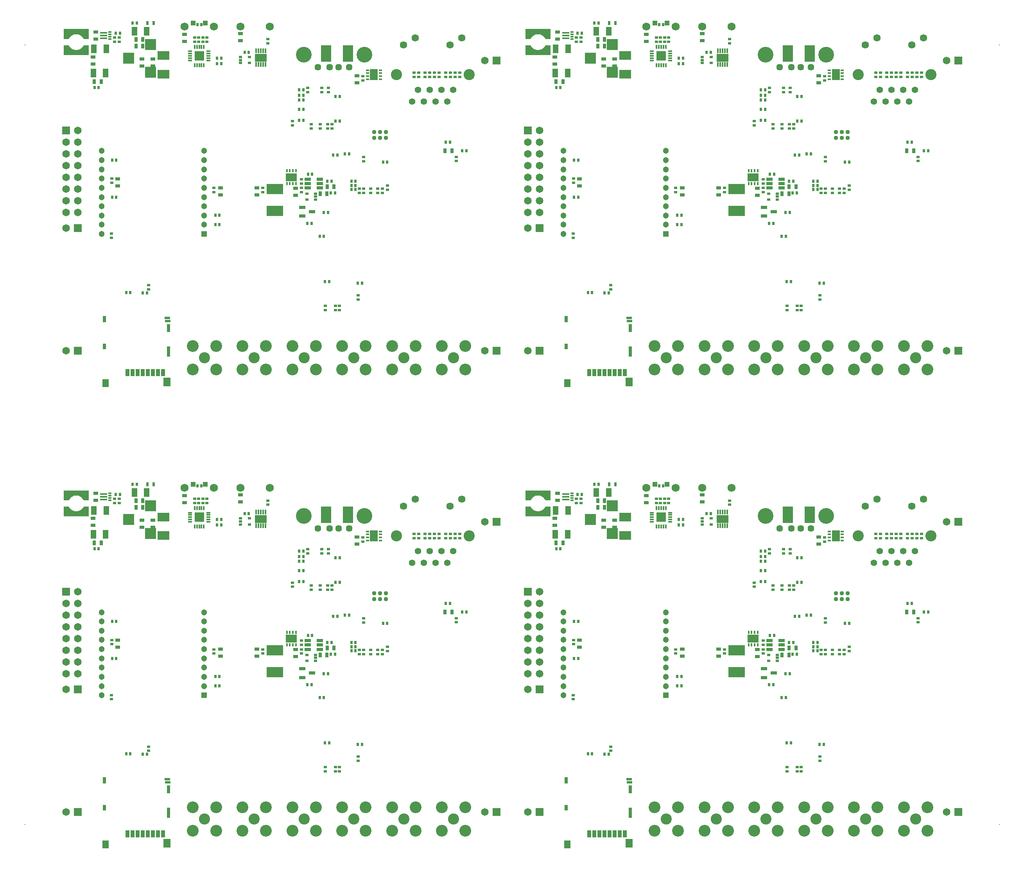
<source format=gbs>
G04 Layer_Color=16711935*
%FSLAX24Y24*%
%MOIN*%
G70*
G01*
G75*
%ADD129R,0.0296X0.0217*%
%ADD130R,0.0414X0.0257*%
%ADD134R,0.0493X0.0729*%
%ADD136R,0.0217X0.0296*%
%ADD137R,0.0296X0.0225*%
%ADD141C,0.0370*%
%ADD150R,0.0257X0.0414*%
%ADD159O,0.0375X0.0158*%
%ADD160O,0.0158X0.0375*%
%ADD171R,0.0232X0.0252*%
%ADD172R,0.0390X0.0409*%
%ADD177C,0.0080*%
%ADD178C,0.1005*%
%ADD179C,0.0946*%
%ADD180C,0.0060*%
%ADD181C,0.1340*%
%ADD182C,0.0572*%
%ADD183R,0.0926X0.0926*%
%ADD184C,0.0651*%
%ADD185R,0.0651X0.0651*%
%ADD186C,0.0556*%
%ADD187C,0.0623*%
%ADD188R,0.0651X0.0651*%
%ADD189C,0.0690*%
%ADD190C,0.0513*%
%ADD191R,0.0513X0.0513*%
%ADD192R,0.0690X0.0981*%
%ADD193R,0.0316X0.0178*%
%ADD194R,0.0193X0.0331*%
%ADD195R,0.0572X0.0296*%
%ADD196R,0.0375X0.0611*%
%ADD197R,0.0592X0.0769*%
%ADD198R,0.0517X0.0651*%
%ADD199R,0.0316X0.0903*%
%ADD200R,0.0316X0.0690*%
%ADD201R,0.0316X0.0572*%
%ADD202R,0.0296X0.0513*%
%ADD203R,0.0493X0.0237*%
%ADD204R,0.0513X0.0237*%
%ADD205R,0.0291X0.0154*%
%ADD206O,0.0291X0.0154*%
%ADD207R,0.0646X0.0173*%
%ADD208R,0.1044X0.0729*%
%ADD209R,0.0847X0.0847*%
%ADD210R,0.1399X0.0906*%
%ADD211R,0.0981X0.0690*%
%ADD212R,0.0178X0.0316*%
%ADD213R,0.0540X0.0304*%
%ADD214R,0.0906X0.1399*%
%ADD215R,0.0170X0.0395*%
%ADD216R,0.1005X0.0710*%
%ADD217R,0.0257X0.0257*%
G36*
X46963Y70064D02*
X46968Y70062D01*
X46972Y70061D01*
X46976Y70058D01*
X46980Y70055D01*
X46983Y70052D01*
X46985Y70048D01*
X46987Y70043D01*
X46988Y70039D01*
X46988Y70034D01*
Y69246D01*
X46988Y69242D01*
X46987Y69237D01*
X46985Y69233D01*
X46983Y69229D01*
X46980Y69225D01*
X46976Y69222D01*
X46972Y69220D01*
X46968Y69218D01*
X46963Y69217D01*
X46958Y69216D01*
X46571D01*
X46569Y69216D01*
X46569Y69216D01*
X46569Y69216D01*
X46567Y69215D01*
X46565Y69215D01*
X46565Y69215D01*
X46565Y69215D01*
X46562Y69214D01*
X46560Y69214D01*
X46560Y69214D01*
X46560Y69214D01*
X46558Y69215D01*
X46555Y69215D01*
X46555Y69215D01*
X46555Y69215D01*
X46553Y69215D01*
X46551Y69216D01*
X46551Y69216D01*
X46551Y69216D01*
X46549Y69217D01*
X46547Y69218D01*
X46546Y69218D01*
X46546Y69218D01*
X46544Y69219D01*
X46542Y69220D01*
X46542Y69220D01*
X46542Y69220D01*
X46541Y69222D01*
X46539Y69223D01*
X46539Y69223D01*
X46539Y69223D01*
X46537Y69225D01*
X46536Y69227D01*
X46536Y69227D01*
X46536Y69227D01*
X46535Y69229D01*
X46533Y69231D01*
X46503Y69289D01*
X46428Y69395D01*
X46335Y69484D01*
X46226Y69554D01*
X46106Y69602D01*
X45980Y69627D01*
X45850D01*
X45724Y69602D01*
X45604Y69554D01*
X45495Y69484D01*
X45402Y69395D01*
X45326Y69289D01*
X45297Y69231D01*
X45295Y69229D01*
X45294Y69227D01*
X45294Y69227D01*
X45294Y69227D01*
X45293Y69225D01*
X45291Y69223D01*
X45291Y69223D01*
X45291Y69223D01*
X45289Y69222D01*
X45288Y69220D01*
X45287Y69220D01*
X45287Y69220D01*
X45285Y69219D01*
X45283Y69218D01*
X45283Y69218D01*
X45283Y69218D01*
X45281Y69217D01*
X45279Y69216D01*
X45279Y69216D01*
X45279Y69216D01*
X45277Y69215D01*
X45275Y69215D01*
X45274Y69215D01*
X45274Y69215D01*
X45272Y69215D01*
X45270Y69214D01*
X44872D01*
X44867Y69215D01*
X44862Y69216D01*
X44858Y69218D01*
X44854Y69220D01*
X44850Y69223D01*
X44847Y69227D01*
X44845Y69231D01*
X44843Y69235D01*
X44842Y69240D01*
X44842Y69244D01*
Y70034D01*
X44842Y70039D01*
X44843Y70043D01*
X44845Y70048D01*
X44847Y70052D01*
X44850Y70055D01*
X44854Y70058D01*
X44858Y70061D01*
X44862Y70062D01*
X44867Y70064D01*
X44872Y70064D01*
X46958D01*
X46963Y70064D01*
D02*
G37*
G36*
X7593D02*
X7597Y70062D01*
X7602Y70061D01*
X7606Y70058D01*
X7609Y70055D01*
X7613Y70052D01*
X7615Y70048D01*
X7617Y70043D01*
X7618Y70039D01*
X7618Y70034D01*
Y69246D01*
X7618Y69242D01*
X7617Y69237D01*
X7615Y69233D01*
X7613Y69229D01*
X7609Y69225D01*
X7606Y69222D01*
X7602Y69220D01*
X7597Y69218D01*
X7593Y69217D01*
X7588Y69216D01*
X7201D01*
X7199Y69216D01*
X7199Y69216D01*
X7199Y69216D01*
X7197Y69215D01*
X7195Y69215D01*
X7195Y69215D01*
X7195Y69215D01*
X7192Y69214D01*
X7190Y69214D01*
X7190Y69214D01*
X7190Y69214D01*
X7188Y69215D01*
X7185Y69215D01*
X7185Y69215D01*
X7185Y69215D01*
X7183Y69215D01*
X7181Y69216D01*
X7181Y69216D01*
X7181Y69216D01*
X7179Y69217D01*
X7176Y69218D01*
X7176Y69218D01*
X7176Y69218D01*
X7174Y69219D01*
X7172Y69220D01*
X7172Y69220D01*
X7172Y69220D01*
X7171Y69222D01*
X7169Y69223D01*
X7169Y69223D01*
X7169Y69223D01*
X7167Y69225D01*
X7166Y69227D01*
X7166Y69227D01*
X7166Y69227D01*
X7165Y69229D01*
X7163Y69231D01*
X7133Y69289D01*
X7058Y69395D01*
X6965Y69484D01*
X6856Y69554D01*
X6736Y69602D01*
X6609Y69627D01*
X6480D01*
X6353Y69602D01*
X6234Y69554D01*
X6125Y69484D01*
X6032Y69395D01*
X5956Y69289D01*
X5927Y69231D01*
X5925Y69229D01*
X5924Y69227D01*
X5924Y69227D01*
X5924Y69227D01*
X5923Y69225D01*
X5921Y69223D01*
X5921Y69223D01*
X5921Y69223D01*
X5919Y69222D01*
X5917Y69220D01*
X5917Y69220D01*
X5917Y69220D01*
X5915Y69219D01*
X5913Y69218D01*
X5913Y69218D01*
X5913Y69218D01*
X5911Y69217D01*
X5909Y69216D01*
X5909Y69216D01*
X5909Y69216D01*
X5907Y69215D01*
X5904Y69215D01*
X5904Y69215D01*
X5904Y69215D01*
X5902Y69215D01*
X5900Y69214D01*
X5502D01*
X5497Y69215D01*
X5492Y69216D01*
X5488Y69218D01*
X5484Y69220D01*
X5480Y69223D01*
X5477Y69227D01*
X5475Y69231D01*
X5473Y69235D01*
X5472Y69240D01*
X5471Y69244D01*
Y70034D01*
X5472Y70039D01*
X5473Y70043D01*
X5475Y70048D01*
X5477Y70052D01*
X5480Y70055D01*
X5484Y70058D01*
X5488Y70061D01*
X5492Y70062D01*
X5497Y70064D01*
X5502Y70064D01*
X7588D01*
X7593Y70064D01*
D02*
G37*
G36*
X46963Y68688D02*
X46968Y68687D01*
X46972Y68685D01*
X46976Y68682D01*
X46980Y68679D01*
X46983Y68676D01*
X46985Y68672D01*
X46987Y68667D01*
X46988Y68663D01*
X46988Y68658D01*
Y67868D01*
X46988Y67864D01*
X46987Y67859D01*
X46985Y67855D01*
X46983Y67851D01*
X46980Y67847D01*
X46976Y67844D01*
X46972Y67842D01*
X46968Y67840D01*
X46963Y67839D01*
X46958Y67838D01*
X44872D01*
X44867Y67839D01*
X44862Y67840D01*
X44858Y67842D01*
X44854Y67844D01*
X44850Y67847D01*
X44847Y67851D01*
X44845Y67855D01*
X44843Y67859D01*
X44842Y67864D01*
X44842Y67868D01*
Y68656D01*
X44842Y68661D01*
X44843Y68665D01*
X44845Y68670D01*
X44847Y68674D01*
X44850Y68677D01*
X44854Y68680D01*
X44858Y68683D01*
X44862Y68685D01*
X44867Y68686D01*
X44872Y68686D01*
X45259D01*
X45260Y68687D01*
X45260Y68687D01*
X45261Y68687D01*
X45263Y68687D01*
X45265Y68688D01*
X45265Y68688D01*
X45265Y68688D01*
X45268Y68688D01*
X45270Y68688D01*
X45270Y68688D01*
X45270Y68688D01*
X45273Y68688D01*
X45274Y68688D01*
X45274Y68688D01*
X45275Y68688D01*
X45277Y68687D01*
X45279Y68687D01*
X45279Y68687D01*
X45279Y68687D01*
X45282Y68686D01*
X45283Y68685D01*
X45283Y68685D01*
X45283Y68685D01*
X45286Y68683D01*
X45287Y68682D01*
X45287Y68682D01*
X45288Y68682D01*
X45290Y68680D01*
X45291Y68679D01*
X45291Y68679D01*
X45291Y68679D01*
X45293Y68677D01*
X45294Y68676D01*
X45294Y68676D01*
X45294Y68676D01*
X45296Y68673D01*
X45297Y68672D01*
X45297Y68672D01*
X45297Y68672D01*
X45297Y68672D01*
X45326Y68614D01*
X45402Y68508D01*
X45495Y68418D01*
X45604Y68348D01*
X45724Y68300D01*
X45850Y68276D01*
X45980D01*
X46106Y68300D01*
X46226Y68348D01*
X46335Y68418D01*
X46428Y68508D01*
X46503Y68614D01*
X46533Y68672D01*
X46535Y68674D01*
X46536Y68676D01*
X46536Y68676D01*
X46536Y68676D01*
X46537Y68677D01*
X46539Y68679D01*
X46539Y68679D01*
X46539Y68679D01*
X46541Y68681D01*
X46542Y68682D01*
X46542Y68682D01*
X46542Y68682D01*
X46544Y68684D01*
X46546Y68685D01*
X46546Y68685D01*
X46547Y68685D01*
X46549Y68686D01*
X46551Y68687D01*
X46551Y68687D01*
X46551Y68687D01*
X46553Y68687D01*
X46555Y68688D01*
X46555Y68688D01*
X46555Y68688D01*
X46558Y68688D01*
X46560Y68688D01*
X46958Y68688D01*
X46963Y68688D01*
D02*
G37*
G36*
X7593D02*
X7597Y68687D01*
X7602Y68685D01*
X7606Y68682D01*
X7609Y68679D01*
X7613Y68676D01*
X7615Y68672D01*
X7617Y68667D01*
X7618Y68663D01*
X7618Y68658D01*
Y67868D01*
X7618Y67864D01*
X7617Y67859D01*
X7615Y67855D01*
X7613Y67851D01*
X7609Y67847D01*
X7606Y67844D01*
X7602Y67842D01*
X7597Y67840D01*
X7593Y67839D01*
X7588Y67838D01*
X5502D01*
X5497Y67839D01*
X5492Y67840D01*
X5488Y67842D01*
X5484Y67844D01*
X5480Y67847D01*
X5477Y67851D01*
X5475Y67855D01*
X5473Y67859D01*
X5472Y67864D01*
X5471Y67868D01*
Y68656D01*
X5472Y68661D01*
X5473Y68665D01*
X5475Y68670D01*
X5477Y68674D01*
X5480Y68677D01*
X5484Y68680D01*
X5488Y68683D01*
X5492Y68685D01*
X5497Y68686D01*
X5502Y68686D01*
X5889D01*
X5890Y68687D01*
X5890Y68687D01*
X5890Y68687D01*
X5893Y68687D01*
X5895Y68688D01*
X5895Y68688D01*
X5895Y68688D01*
X5898Y68688D01*
X5900Y68688D01*
X5900Y68688D01*
X5900Y68688D01*
X5903Y68688D01*
X5904Y68688D01*
X5904Y68688D01*
X5904Y68688D01*
X5907Y68687D01*
X5909Y68687D01*
X5909Y68687D01*
X5909Y68687D01*
X5912Y68686D01*
X5913Y68685D01*
X5913Y68685D01*
X5913Y68685D01*
X5916Y68683D01*
X5917Y68682D01*
X5917Y68682D01*
X5917Y68682D01*
X5920Y68680D01*
X5921Y68679D01*
X5921Y68679D01*
X5921Y68679D01*
X5923Y68677D01*
X5924Y68676D01*
X5924Y68676D01*
X5924Y68676D01*
X5925Y68673D01*
X5927Y68672D01*
X5927Y68672D01*
X5927Y68672D01*
X5927Y68672D01*
X5956Y68614D01*
X6032Y68508D01*
X6125Y68418D01*
X6234Y68348D01*
X6353Y68300D01*
X6480Y68276D01*
X6609D01*
X6736Y68300D01*
X6856Y68348D01*
X6965Y68418D01*
X7058Y68508D01*
X7133Y68614D01*
X7163Y68672D01*
X7164Y68674D01*
X7166Y68676D01*
X7166Y68676D01*
X7166Y68676D01*
X7167Y68677D01*
X7169Y68679D01*
X7169Y68679D01*
X7169Y68679D01*
X7170Y68681D01*
X7172Y68682D01*
X7172Y68682D01*
X7172Y68682D01*
X7174Y68684D01*
X7176Y68685D01*
X7176Y68685D01*
X7176Y68685D01*
X7179Y68686D01*
X7181Y68687D01*
X7181Y68687D01*
X7181Y68687D01*
X7183Y68687D01*
X7185Y68688D01*
X7185Y68688D01*
X7185Y68688D01*
X7188Y68688D01*
X7190Y68688D01*
X7588Y68688D01*
X7593Y68688D01*
D02*
G37*
G36*
X46963Y30694D02*
X46968Y30692D01*
X46972Y30691D01*
X46976Y30688D01*
X46980Y30685D01*
X46983Y30681D01*
X46985Y30677D01*
X46987Y30673D01*
X46988Y30668D01*
X46988Y30664D01*
Y29876D01*
X46988Y29872D01*
X46987Y29867D01*
X46985Y29863D01*
X46983Y29859D01*
X46980Y29855D01*
X46976Y29852D01*
X46972Y29850D01*
X46968Y29848D01*
X46963Y29847D01*
X46958Y29846D01*
X46571D01*
X46569Y29846D01*
X46569Y29846D01*
X46569Y29846D01*
X46567Y29845D01*
X46565Y29845D01*
X46565Y29845D01*
X46565Y29845D01*
X46562Y29844D01*
X46560Y29844D01*
X46560Y29844D01*
X46560Y29844D01*
X46558Y29844D01*
X46555Y29845D01*
X46555Y29845D01*
X46555Y29845D01*
X46553Y29845D01*
X46551Y29846D01*
X46551Y29846D01*
X46551Y29846D01*
X46549Y29847D01*
X46547Y29847D01*
X46546Y29848D01*
X46546Y29848D01*
X46544Y29849D01*
X46542Y29850D01*
X46542Y29850D01*
X46542Y29850D01*
X46541Y29852D01*
X46539Y29853D01*
X46539Y29853D01*
X46539Y29853D01*
X46537Y29855D01*
X46536Y29857D01*
X46536Y29857D01*
X46536Y29857D01*
X46535Y29859D01*
X46533Y29861D01*
X46503Y29919D01*
X46428Y30025D01*
X46335Y30114D01*
X46226Y30184D01*
X46106Y30232D01*
X45980Y30256D01*
X45850D01*
X45724Y30232D01*
X45604Y30184D01*
X45495Y30114D01*
X45402Y30025D01*
X45326Y29919D01*
X45297Y29861D01*
X45295Y29859D01*
X45294Y29857D01*
X45294Y29857D01*
X45294Y29857D01*
X45293Y29855D01*
X45291Y29853D01*
X45291Y29853D01*
X45291Y29853D01*
X45289Y29852D01*
X45288Y29850D01*
X45287Y29850D01*
X45287Y29850D01*
X45285Y29849D01*
X45283Y29848D01*
X45283Y29848D01*
X45283Y29847D01*
X45281Y29847D01*
X45279Y29846D01*
X45279Y29846D01*
X45279Y29846D01*
X45277Y29845D01*
X45275Y29845D01*
X45274Y29845D01*
X45274Y29845D01*
X45272Y29844D01*
X45270Y29844D01*
X44872D01*
X44867Y29845D01*
X44862Y29846D01*
X44858Y29848D01*
X44854Y29850D01*
X44850Y29853D01*
X44847Y29857D01*
X44845Y29861D01*
X44843Y29865D01*
X44842Y29870D01*
X44842Y29874D01*
Y30664D01*
X44842Y30668D01*
X44843Y30673D01*
X44845Y30677D01*
X44847Y30681D01*
X44850Y30685D01*
X44854Y30688D01*
X44858Y30691D01*
X44862Y30692D01*
X44867Y30694D01*
X44872Y30694D01*
X46958D01*
X46963Y30694D01*
D02*
G37*
G36*
X7593D02*
X7597Y30692D01*
X7602Y30691D01*
X7606Y30688D01*
X7609Y30685D01*
X7613Y30681D01*
X7615Y30677D01*
X7617Y30673D01*
X7618Y30668D01*
X7618Y30664D01*
Y29876D01*
X7618Y29872D01*
X7617Y29867D01*
X7615Y29863D01*
X7613Y29859D01*
X7609Y29855D01*
X7606Y29852D01*
X7602Y29850D01*
X7597Y29848D01*
X7593Y29847D01*
X7588Y29846D01*
X7201D01*
X7199Y29846D01*
X7199Y29846D01*
X7199Y29846D01*
X7197Y29845D01*
X7195Y29845D01*
X7195Y29845D01*
X7195Y29845D01*
X7192Y29844D01*
X7190Y29844D01*
X7190Y29844D01*
X7190Y29844D01*
X7188Y29844D01*
X7185Y29845D01*
X7185Y29845D01*
X7185Y29845D01*
X7183Y29845D01*
X7181Y29846D01*
X7181Y29846D01*
X7181Y29846D01*
X7179Y29847D01*
X7176Y29847D01*
X7176Y29848D01*
X7176Y29848D01*
X7174Y29849D01*
X7172Y29850D01*
X7172Y29850D01*
X7172Y29850D01*
X7171Y29852D01*
X7169Y29853D01*
X7169Y29853D01*
X7169Y29853D01*
X7167Y29855D01*
X7166Y29857D01*
X7166Y29857D01*
X7166Y29857D01*
X7165Y29859D01*
X7163Y29861D01*
X7133Y29919D01*
X7058Y30025D01*
X6965Y30114D01*
X6856Y30184D01*
X6736Y30232D01*
X6609Y30256D01*
X6480D01*
X6353Y30232D01*
X6234Y30184D01*
X6125Y30114D01*
X6032Y30025D01*
X5956Y29919D01*
X5927Y29861D01*
X5925Y29859D01*
X5924Y29857D01*
X5924Y29857D01*
X5924Y29857D01*
X5923Y29855D01*
X5921Y29853D01*
X5921Y29853D01*
X5921Y29853D01*
X5919Y29852D01*
X5917Y29850D01*
X5917Y29850D01*
X5917Y29850D01*
X5915Y29849D01*
X5913Y29848D01*
X5913Y29848D01*
X5913Y29847D01*
X5911Y29847D01*
X5909Y29846D01*
X5909Y29846D01*
X5909Y29846D01*
X5907Y29845D01*
X5904Y29845D01*
X5904Y29845D01*
X5904Y29845D01*
X5902Y29844D01*
X5900Y29844D01*
X5502D01*
X5497Y29845D01*
X5492Y29846D01*
X5488Y29848D01*
X5484Y29850D01*
X5480Y29853D01*
X5477Y29857D01*
X5475Y29861D01*
X5473Y29865D01*
X5472Y29870D01*
X5471Y29874D01*
Y30664D01*
X5472Y30668D01*
X5473Y30673D01*
X5475Y30677D01*
X5477Y30681D01*
X5480Y30685D01*
X5484Y30688D01*
X5488Y30691D01*
X5492Y30692D01*
X5497Y30694D01*
X5502Y30694D01*
X7588D01*
X7593Y30694D01*
D02*
G37*
G36*
X46963Y29318D02*
X46968Y29316D01*
X46972Y29315D01*
X46976Y29312D01*
X46980Y29309D01*
X46983Y29306D01*
X46985Y29302D01*
X46987Y29297D01*
X46988Y29293D01*
X46988Y29288D01*
Y28498D01*
X46988Y28494D01*
X46987Y28489D01*
X46985Y28485D01*
X46983Y28481D01*
X46980Y28477D01*
X46976Y28474D01*
X46972Y28472D01*
X46968Y28470D01*
X46963Y28469D01*
X46958Y28468D01*
X44872D01*
X44867Y28469D01*
X44862Y28470D01*
X44858Y28472D01*
X44854Y28474D01*
X44850Y28477D01*
X44847Y28481D01*
X44845Y28485D01*
X44843Y28489D01*
X44842Y28494D01*
X44842Y28498D01*
Y29286D01*
X44842Y29291D01*
X44843Y29295D01*
X44845Y29299D01*
X44847Y29304D01*
X44850Y29307D01*
X44854Y29310D01*
X44858Y29313D01*
X44862Y29314D01*
X44867Y29316D01*
X44872Y29316D01*
X45259D01*
X45260Y29316D01*
X45260Y29316D01*
X45261Y29316D01*
X45263Y29317D01*
X45265Y29318D01*
X45265Y29318D01*
X45265Y29318D01*
X45268Y29318D01*
X45270Y29318D01*
X45270Y29318D01*
X45270Y29318D01*
X45273Y29318D01*
X45274Y29318D01*
X45274Y29318D01*
X45275Y29318D01*
X45277Y29317D01*
X45279Y29316D01*
X45279Y29316D01*
X45279Y29316D01*
X45282Y29315D01*
X45283Y29315D01*
X45283Y29315D01*
X45283Y29315D01*
X45286Y29313D01*
X45287Y29312D01*
X45287Y29312D01*
X45288Y29312D01*
X45290Y29310D01*
X45291Y29309D01*
X45291Y29309D01*
X45291Y29309D01*
X45293Y29307D01*
X45294Y29306D01*
X45294Y29306D01*
X45294Y29306D01*
X45296Y29303D01*
X45297Y29302D01*
X45297Y29302D01*
X45297Y29302D01*
X45297Y29302D01*
X45326Y29243D01*
X45402Y29138D01*
X45495Y29048D01*
X45604Y28978D01*
X45724Y28930D01*
X45850Y28906D01*
X45980D01*
X46106Y28930D01*
X46226Y28978D01*
X46335Y29048D01*
X46428Y29138D01*
X46503Y29243D01*
X46533Y29302D01*
X46535Y29304D01*
X46536Y29306D01*
X46536Y29306D01*
X46536Y29306D01*
X46537Y29307D01*
X46539Y29309D01*
X46539Y29309D01*
X46539Y29309D01*
X46541Y29311D01*
X46542Y29312D01*
X46542Y29312D01*
X46542Y29312D01*
X46544Y29313D01*
X46546Y29315D01*
X46546Y29315D01*
X46547Y29315D01*
X46549Y29316D01*
X46551Y29316D01*
X46551Y29316D01*
X46551Y29316D01*
X46553Y29317D01*
X46555Y29318D01*
X46555Y29318D01*
X46555Y29318D01*
X46558Y29318D01*
X46560Y29318D01*
X46958Y29318D01*
X46963Y29318D01*
D02*
G37*
G36*
X7593D02*
X7597Y29316D01*
X7602Y29315D01*
X7606Y29312D01*
X7609Y29309D01*
X7613Y29306D01*
X7615Y29302D01*
X7617Y29297D01*
X7618Y29293D01*
X7618Y29288D01*
Y28498D01*
X7618Y28494D01*
X7617Y28489D01*
X7615Y28485D01*
X7613Y28481D01*
X7609Y28477D01*
X7606Y28474D01*
X7602Y28472D01*
X7597Y28470D01*
X7593Y28469D01*
X7588Y28468D01*
X5502D01*
X5497Y28469D01*
X5492Y28470D01*
X5488Y28472D01*
X5484Y28474D01*
X5480Y28477D01*
X5477Y28481D01*
X5475Y28485D01*
X5473Y28489D01*
X5472Y28494D01*
X5471Y28498D01*
Y29286D01*
X5472Y29291D01*
X5473Y29295D01*
X5475Y29299D01*
X5477Y29304D01*
X5480Y29307D01*
X5484Y29310D01*
X5488Y29313D01*
X5492Y29314D01*
X5497Y29316D01*
X5502Y29316D01*
X5889D01*
X5890Y29316D01*
X5890Y29316D01*
X5890Y29316D01*
X5893Y29317D01*
X5895Y29318D01*
X5895Y29318D01*
X5895Y29318D01*
X5898Y29318D01*
X5900Y29318D01*
X5900Y29318D01*
X5900Y29318D01*
X5903Y29318D01*
X5904Y29318D01*
X5904Y29318D01*
X5904Y29318D01*
X5907Y29317D01*
X5909Y29316D01*
X5909Y29316D01*
X5909Y29316D01*
X5912Y29315D01*
X5913Y29315D01*
X5913Y29315D01*
X5913Y29315D01*
X5916Y29313D01*
X5917Y29312D01*
X5917Y29312D01*
X5917Y29312D01*
X5920Y29310D01*
X5921Y29309D01*
X5921Y29309D01*
X5921Y29309D01*
X5923Y29307D01*
X5924Y29306D01*
X5924Y29306D01*
X5924Y29306D01*
X5925Y29303D01*
X5927Y29302D01*
X5927Y29302D01*
X5927Y29302D01*
X5927Y29302D01*
X5956Y29243D01*
X6032Y29138D01*
X6125Y29048D01*
X6234Y28978D01*
X6353Y28930D01*
X6480Y28906D01*
X6609D01*
X6736Y28930D01*
X6856Y28978D01*
X6965Y29048D01*
X7058Y29138D01*
X7133Y29243D01*
X7163Y29302D01*
X7164Y29304D01*
X7166Y29306D01*
X7166Y29306D01*
X7166Y29306D01*
X7167Y29307D01*
X7169Y29309D01*
X7169Y29309D01*
X7169Y29309D01*
X7170Y29311D01*
X7172Y29312D01*
X7172Y29312D01*
X7172Y29312D01*
X7174Y29313D01*
X7176Y29315D01*
X7176Y29315D01*
X7176Y29315D01*
X7179Y29316D01*
X7181Y29316D01*
X7181Y29316D01*
X7181Y29316D01*
X7183Y29317D01*
X7185Y29318D01*
X7185Y29318D01*
X7185Y29318D01*
X7188Y29318D01*
X7190Y29318D01*
X7588Y29318D01*
X7593Y29318D01*
D02*
G37*
D129*
X38932Y19429D02*
D03*
Y19783D02*
D03*
X30582Y7623D02*
D03*
Y7977D02*
D03*
X28982Y6723D02*
D03*
Y7077D02*
D03*
X28632Y6723D02*
D03*
Y7077D02*
D03*
X27782D02*
D03*
Y6723D02*
D03*
X12729Y8827D02*
D03*
Y8473D02*
D03*
X9532Y13227D02*
D03*
Y12873D02*
D03*
X9582Y17927D02*
D03*
Y17573D02*
D03*
X10222Y29968D02*
D03*
Y29614D02*
D03*
X9822D02*
D03*
Y29968D02*
D03*
X17682Y29977D02*
D03*
Y29623D02*
D03*
X22882Y29827D02*
D03*
Y29473D02*
D03*
X24982Y22827D02*
D03*
Y22473D02*
D03*
X26582Y22223D02*
D03*
Y22577D02*
D03*
X27332Y22223D02*
D03*
Y22577D02*
D03*
X22432Y17127D02*
D03*
Y16773D02*
D03*
X25732Y17127D02*
D03*
Y16773D02*
D03*
Y17523D02*
D03*
Y17877D02*
D03*
X39232Y26623D02*
D03*
Y26977D02*
D03*
X38832D02*
D03*
Y26623D02*
D03*
X38432Y26977D02*
D03*
Y26623D02*
D03*
X38032D02*
D03*
Y26977D02*
D03*
X37482Y26623D02*
D03*
Y26977D02*
D03*
X37082D02*
D03*
Y26623D02*
D03*
X36682Y26977D02*
D03*
Y26623D02*
D03*
X36282D02*
D03*
Y26977D02*
D03*
X35732D02*
D03*
Y26623D02*
D03*
X35332D02*
D03*
Y26977D02*
D03*
X30979Y26677D02*
D03*
Y26323D02*
D03*
X33068Y16990D02*
D03*
Y17344D02*
D03*
X32632Y16723D02*
D03*
Y17077D02*
D03*
X32232Y16723D02*
D03*
Y17077D02*
D03*
X31632Y16723D02*
D03*
Y17077D02*
D03*
X31032Y16723D02*
D03*
Y17077D02*
D03*
X30682Y16723D02*
D03*
Y17077D02*
D03*
X31032Y19777D02*
D03*
Y19423D02*
D03*
X28332Y22223D02*
D03*
Y22577D02*
D03*
X27982Y22223D02*
D03*
Y22577D02*
D03*
X26282Y25677D02*
D03*
Y25323D02*
D03*
X27482Y25677D02*
D03*
Y25323D02*
D03*
X28032Y25677D02*
D03*
Y25323D02*
D03*
X18282Y17127D02*
D03*
Y16773D02*
D03*
X16982Y29977D02*
D03*
Y29623D02*
D03*
X17332Y29977D02*
D03*
Y29623D02*
D03*
X16632Y29977D02*
D03*
Y29623D02*
D03*
X78302Y19429D02*
D03*
Y19783D02*
D03*
X69952Y7623D02*
D03*
Y7977D02*
D03*
X68352Y6723D02*
D03*
Y7077D02*
D03*
X68002Y6723D02*
D03*
Y7077D02*
D03*
X67152D02*
D03*
Y6723D02*
D03*
X52099Y8827D02*
D03*
Y8473D02*
D03*
X48902Y13227D02*
D03*
Y12873D02*
D03*
X48952Y17927D02*
D03*
Y17573D02*
D03*
X49592Y29968D02*
D03*
Y29614D02*
D03*
X49192D02*
D03*
Y29968D02*
D03*
X57052Y29977D02*
D03*
Y29623D02*
D03*
X62252Y29827D02*
D03*
Y29473D02*
D03*
X64352Y22827D02*
D03*
Y22473D02*
D03*
X65952Y22223D02*
D03*
Y22577D02*
D03*
X66702Y22223D02*
D03*
Y22577D02*
D03*
X61802Y17127D02*
D03*
Y16773D02*
D03*
X65102Y17127D02*
D03*
Y16773D02*
D03*
Y17523D02*
D03*
Y17877D02*
D03*
X78602Y26623D02*
D03*
Y26977D02*
D03*
X78202D02*
D03*
Y26623D02*
D03*
X77802Y26977D02*
D03*
Y26623D02*
D03*
X77402D02*
D03*
Y26977D02*
D03*
X76852Y26623D02*
D03*
Y26977D02*
D03*
X76452D02*
D03*
Y26623D02*
D03*
X76052Y26977D02*
D03*
Y26623D02*
D03*
X75652D02*
D03*
Y26977D02*
D03*
X75102D02*
D03*
Y26623D02*
D03*
X74702D02*
D03*
Y26977D02*
D03*
X70349Y26677D02*
D03*
Y26323D02*
D03*
X72438Y16990D02*
D03*
Y17344D02*
D03*
X72002Y16723D02*
D03*
Y17077D02*
D03*
X71602Y16723D02*
D03*
Y17077D02*
D03*
X71002Y16723D02*
D03*
Y17077D02*
D03*
X70402Y16723D02*
D03*
Y17077D02*
D03*
X70052Y16723D02*
D03*
Y17077D02*
D03*
X70402Y19777D02*
D03*
Y19423D02*
D03*
X67702Y22223D02*
D03*
Y22577D02*
D03*
X67352Y22223D02*
D03*
Y22577D02*
D03*
X65652Y25677D02*
D03*
Y25323D02*
D03*
X66852Y25677D02*
D03*
Y25323D02*
D03*
X67402Y25677D02*
D03*
Y25323D02*
D03*
X57652Y17127D02*
D03*
Y16773D02*
D03*
X56352Y29977D02*
D03*
Y29623D02*
D03*
X56702Y29977D02*
D03*
Y29623D02*
D03*
X56002Y29977D02*
D03*
Y29623D02*
D03*
X38932Y58799D02*
D03*
Y59154D02*
D03*
X30582Y46993D02*
D03*
Y47347D02*
D03*
X28982Y46093D02*
D03*
Y46447D02*
D03*
X28632Y46093D02*
D03*
Y46447D02*
D03*
X27782D02*
D03*
Y46093D02*
D03*
X12729Y48197D02*
D03*
Y47843D02*
D03*
X9532Y52597D02*
D03*
Y52243D02*
D03*
X9582Y57297D02*
D03*
Y56943D02*
D03*
X10222Y69338D02*
D03*
Y68984D02*
D03*
X9822D02*
D03*
Y69338D02*
D03*
X17682Y69347D02*
D03*
Y68993D02*
D03*
X22882Y69197D02*
D03*
Y68843D02*
D03*
X24982Y62197D02*
D03*
Y61843D02*
D03*
X26582Y61593D02*
D03*
Y61947D02*
D03*
X27332Y61593D02*
D03*
Y61947D02*
D03*
X22432Y56497D02*
D03*
Y56143D02*
D03*
X25732Y56497D02*
D03*
Y56143D02*
D03*
Y56893D02*
D03*
Y57247D02*
D03*
X39232Y65993D02*
D03*
Y66347D02*
D03*
X38832D02*
D03*
Y65993D02*
D03*
X38432Y66347D02*
D03*
Y65993D02*
D03*
X38032D02*
D03*
Y66347D02*
D03*
X37482Y65993D02*
D03*
Y66347D02*
D03*
X37082D02*
D03*
Y65993D02*
D03*
X36682Y66347D02*
D03*
Y65993D02*
D03*
X36282D02*
D03*
Y66347D02*
D03*
X35732D02*
D03*
Y65993D02*
D03*
X35332D02*
D03*
Y66347D02*
D03*
X30979Y66047D02*
D03*
Y65693D02*
D03*
X33068Y56360D02*
D03*
Y56715D02*
D03*
X32632Y56093D02*
D03*
Y56447D02*
D03*
X32232Y56093D02*
D03*
Y56447D02*
D03*
X31632Y56093D02*
D03*
Y56447D02*
D03*
X31032Y56093D02*
D03*
Y56447D02*
D03*
X30682Y56093D02*
D03*
Y56447D02*
D03*
X31032Y59147D02*
D03*
Y58793D02*
D03*
X28332Y61593D02*
D03*
Y61947D02*
D03*
X27982Y61593D02*
D03*
Y61947D02*
D03*
X26282Y65047D02*
D03*
Y64693D02*
D03*
X27482Y65047D02*
D03*
Y64693D02*
D03*
X28032Y65047D02*
D03*
Y64693D02*
D03*
X18282Y56497D02*
D03*
Y56143D02*
D03*
X16982Y69347D02*
D03*
Y68993D02*
D03*
X17332Y69347D02*
D03*
Y68993D02*
D03*
X16632Y69347D02*
D03*
Y68993D02*
D03*
X78302Y58799D02*
D03*
Y59154D02*
D03*
X69952Y46993D02*
D03*
Y47347D02*
D03*
X68352Y46093D02*
D03*
Y46447D02*
D03*
X68002Y46093D02*
D03*
Y46447D02*
D03*
X67152D02*
D03*
Y46093D02*
D03*
X52099Y48197D02*
D03*
Y47843D02*
D03*
X48902Y52597D02*
D03*
Y52243D02*
D03*
X48952Y57297D02*
D03*
Y56943D02*
D03*
X49592Y69338D02*
D03*
Y68984D02*
D03*
X49192D02*
D03*
Y69338D02*
D03*
X57052Y69347D02*
D03*
Y68993D02*
D03*
X62252Y69197D02*
D03*
Y68843D02*
D03*
X64352Y62197D02*
D03*
Y61843D02*
D03*
X65952Y61593D02*
D03*
Y61947D02*
D03*
X66702Y61593D02*
D03*
Y61947D02*
D03*
X61802Y56497D02*
D03*
Y56143D02*
D03*
X65102Y56497D02*
D03*
Y56143D02*
D03*
Y56893D02*
D03*
Y57247D02*
D03*
X78602Y65993D02*
D03*
Y66347D02*
D03*
X78202D02*
D03*
Y65993D02*
D03*
X77802Y66347D02*
D03*
Y65993D02*
D03*
X77402D02*
D03*
Y66347D02*
D03*
X76852Y65993D02*
D03*
Y66347D02*
D03*
X76452D02*
D03*
Y65993D02*
D03*
X76052Y66347D02*
D03*
Y65993D02*
D03*
X75652D02*
D03*
Y66347D02*
D03*
X75102D02*
D03*
Y65993D02*
D03*
X74702D02*
D03*
Y66347D02*
D03*
X70349Y66047D02*
D03*
Y65693D02*
D03*
X72438Y56360D02*
D03*
Y56715D02*
D03*
X72002Y56093D02*
D03*
Y56447D02*
D03*
X71602Y56093D02*
D03*
Y56447D02*
D03*
X71002Y56093D02*
D03*
Y56447D02*
D03*
X70402Y56093D02*
D03*
Y56447D02*
D03*
X70052Y56093D02*
D03*
Y56447D02*
D03*
X70402Y59147D02*
D03*
Y58793D02*
D03*
X67702Y61593D02*
D03*
Y61947D02*
D03*
X67352Y61593D02*
D03*
Y61947D02*
D03*
X65652Y65047D02*
D03*
Y64693D02*
D03*
X66852Y65047D02*
D03*
Y64693D02*
D03*
X67402Y65047D02*
D03*
Y64693D02*
D03*
X57652Y56497D02*
D03*
Y56143D02*
D03*
X56352Y69347D02*
D03*
Y68993D02*
D03*
X56702Y69347D02*
D03*
Y68993D02*
D03*
X56002Y69347D02*
D03*
Y68993D02*
D03*
D130*
X10082Y17305D02*
D03*
Y17895D02*
D03*
X8222Y29846D02*
D03*
Y30436D02*
D03*
X7979Y28295D02*
D03*
Y27705D02*
D03*
X12132Y27555D02*
D03*
Y28145D02*
D03*
X13063Y28133D02*
D03*
Y27542D02*
D03*
X15782Y30245D02*
D03*
Y29655D02*
D03*
X20532Y30295D02*
D03*
Y29705D02*
D03*
X21932Y16555D02*
D03*
Y17145D02*
D03*
X25232Y16505D02*
D03*
Y17095D02*
D03*
X30479Y26105D02*
D03*
Y26695D02*
D03*
X18832Y16555D02*
D03*
Y17145D02*
D03*
X49452Y17305D02*
D03*
Y17895D02*
D03*
X47592Y29846D02*
D03*
Y30436D02*
D03*
X47349Y28295D02*
D03*
Y27705D02*
D03*
X51502Y27555D02*
D03*
Y28145D02*
D03*
X52433Y28133D02*
D03*
Y27542D02*
D03*
X55152Y30245D02*
D03*
Y29655D02*
D03*
X59902Y30295D02*
D03*
Y29705D02*
D03*
X61302Y16555D02*
D03*
Y17145D02*
D03*
X64602Y16505D02*
D03*
Y17095D02*
D03*
X69849Y26105D02*
D03*
Y26695D02*
D03*
X58202Y16555D02*
D03*
Y17145D02*
D03*
X10082Y56675D02*
D03*
Y57265D02*
D03*
X8222Y69216D02*
D03*
Y69806D02*
D03*
X7979Y67665D02*
D03*
Y67075D02*
D03*
X12132Y66925D02*
D03*
Y67515D02*
D03*
X13063Y67503D02*
D03*
Y66912D02*
D03*
X15782Y69615D02*
D03*
Y69025D02*
D03*
X20532Y69665D02*
D03*
Y69075D02*
D03*
X21932Y55925D02*
D03*
Y56515D02*
D03*
X25232Y55875D02*
D03*
Y56465D02*
D03*
X30479Y65475D02*
D03*
Y66065D02*
D03*
X18832Y55925D02*
D03*
Y56515D02*
D03*
X49452Y56675D02*
D03*
Y57265D02*
D03*
X47592Y69216D02*
D03*
Y69806D02*
D03*
X47349Y67665D02*
D03*
Y67075D02*
D03*
X51502Y66925D02*
D03*
Y67515D02*
D03*
X52433Y67503D02*
D03*
Y66912D02*
D03*
X55152Y69615D02*
D03*
Y69025D02*
D03*
X59902Y69665D02*
D03*
Y69075D02*
D03*
X61302Y55925D02*
D03*
Y56515D02*
D03*
X64602Y55875D02*
D03*
Y56465D02*
D03*
X69849Y65475D02*
D03*
Y66065D02*
D03*
X58202Y55925D02*
D03*
Y56515D02*
D03*
D134*
X11498Y30500D02*
D03*
X12561D02*
D03*
X7998Y26950D02*
D03*
X9061D02*
D03*
X9104Y28991D02*
D03*
X8041D02*
D03*
X50868Y30500D02*
D03*
X51931D02*
D03*
X47368Y26950D02*
D03*
X48431D02*
D03*
X48474Y28991D02*
D03*
X47411D02*
D03*
X11498Y69870D02*
D03*
X12561D02*
D03*
X7998Y66320D02*
D03*
X9061D02*
D03*
X9104Y68361D02*
D03*
X8041D02*
D03*
X50868Y69870D02*
D03*
X51931D02*
D03*
X47368Y66320D02*
D03*
X48431D02*
D03*
X48474Y68361D02*
D03*
X47411D02*
D03*
D136*
X11352Y31200D02*
D03*
X11706D02*
D03*
X26609Y14100D02*
D03*
X26255D02*
D03*
X39809Y20306D02*
D03*
X39455D02*
D03*
X38055Y21056D02*
D03*
X38409D02*
D03*
X30555Y9000D02*
D03*
X30909D02*
D03*
X27755Y9150D02*
D03*
X28109D02*
D03*
X12224Y8178D02*
D03*
X12578D02*
D03*
X11156Y8200D02*
D03*
X10802D02*
D03*
X9959Y16350D02*
D03*
X9605D02*
D03*
X9959Y19500D02*
D03*
X9605D02*
D03*
X9918Y30331D02*
D03*
X10272D02*
D03*
X8102Y25700D02*
D03*
X8456D02*
D03*
X20905Y28700D02*
D03*
X21259D02*
D03*
X25555Y22900D02*
D03*
X25909D02*
D03*
X26305Y18300D02*
D03*
X26659D02*
D03*
X27655Y15050D02*
D03*
X28009D02*
D03*
X27659Y13000D02*
D03*
X27305D02*
D03*
X28609Y16700D02*
D03*
X28255D02*
D03*
X27955Y17700D02*
D03*
X28309D02*
D03*
X30005Y17000D02*
D03*
X30359D02*
D03*
X30005Y17350D02*
D03*
X30359D02*
D03*
X30005Y17700D02*
D03*
X30359D02*
D03*
X33059Y19350D02*
D03*
X32705D02*
D03*
X29809Y20050D02*
D03*
X29455D02*
D03*
X28809Y19950D02*
D03*
X28455D02*
D03*
X29009Y22850D02*
D03*
X28655D02*
D03*
X25555Y23850D02*
D03*
X25909D02*
D03*
X25555Y24650D02*
D03*
X25909D02*
D03*
X25555Y25050D02*
D03*
X25909D02*
D03*
X25555Y25500D02*
D03*
X25909D02*
D03*
X29009Y24950D02*
D03*
X28655D02*
D03*
X18759Y14000D02*
D03*
X18405D02*
D03*
X18759Y14800D02*
D03*
X18405D02*
D03*
X18909Y27750D02*
D03*
X18555D02*
D03*
X18909Y28200D02*
D03*
X18555D02*
D03*
X50722Y31200D02*
D03*
X51076D02*
D03*
X65980Y14100D02*
D03*
X65625D02*
D03*
X79180Y20306D02*
D03*
X78825D02*
D03*
X77425Y21056D02*
D03*
X77780D02*
D03*
X69925Y9000D02*
D03*
X70280D02*
D03*
X67125Y9150D02*
D03*
X67480D02*
D03*
X51594Y8178D02*
D03*
X51948D02*
D03*
X50526Y8200D02*
D03*
X50172D02*
D03*
X49330Y16350D02*
D03*
X48975D02*
D03*
X49330Y19500D02*
D03*
X48975D02*
D03*
X49288Y30331D02*
D03*
X49642D02*
D03*
X47472Y25700D02*
D03*
X47826D02*
D03*
X60275Y28700D02*
D03*
X60630D02*
D03*
X64925Y22900D02*
D03*
X65280D02*
D03*
X65675Y18300D02*
D03*
X66030D02*
D03*
X67025Y15050D02*
D03*
X67380D02*
D03*
X67030Y13000D02*
D03*
X66675D02*
D03*
X67980Y16700D02*
D03*
X67625D02*
D03*
X67325Y17700D02*
D03*
X67680D02*
D03*
X69375Y17000D02*
D03*
X69730D02*
D03*
X69375Y17350D02*
D03*
X69730D02*
D03*
X69375Y17700D02*
D03*
X69730D02*
D03*
X72430Y19350D02*
D03*
X72075D02*
D03*
X69180Y20050D02*
D03*
X68825D02*
D03*
X68180Y19950D02*
D03*
X67825D02*
D03*
X68380Y22850D02*
D03*
X68025D02*
D03*
X64925Y23850D02*
D03*
X65280D02*
D03*
X64925Y24650D02*
D03*
X65280D02*
D03*
X64925Y25050D02*
D03*
X65280D02*
D03*
X64925Y25500D02*
D03*
X65280D02*
D03*
X68380Y24950D02*
D03*
X68025D02*
D03*
X58130Y14000D02*
D03*
X57775D02*
D03*
X58130Y14800D02*
D03*
X57775D02*
D03*
X58280Y27750D02*
D03*
X57925D02*
D03*
X58280Y28200D02*
D03*
X57925D02*
D03*
X11352Y70570D02*
D03*
X11706D02*
D03*
X26609Y53470D02*
D03*
X26255D02*
D03*
X39809Y59676D02*
D03*
X39455D02*
D03*
X38055Y60426D02*
D03*
X38409D02*
D03*
X30555Y48370D02*
D03*
X30909D02*
D03*
X27755Y48520D02*
D03*
X28109D02*
D03*
X12224Y47548D02*
D03*
X12578D02*
D03*
X11156Y47570D02*
D03*
X10802D02*
D03*
X9959Y55720D02*
D03*
X9605D02*
D03*
X9959Y58870D02*
D03*
X9605D02*
D03*
X9918Y69701D02*
D03*
X10272D02*
D03*
X8102Y65070D02*
D03*
X8456D02*
D03*
X20905Y68070D02*
D03*
X21259D02*
D03*
X25555Y62270D02*
D03*
X25909D02*
D03*
X26305Y57670D02*
D03*
X26659D02*
D03*
X27655Y54420D02*
D03*
X28009D02*
D03*
X27659Y52370D02*
D03*
X27305D02*
D03*
X28609Y56070D02*
D03*
X28255D02*
D03*
X27955Y57070D02*
D03*
X28309D02*
D03*
X30005Y56370D02*
D03*
X30359D02*
D03*
X30005Y56720D02*
D03*
X30359D02*
D03*
X30005Y57070D02*
D03*
X30359D02*
D03*
X33059Y58720D02*
D03*
X32705D02*
D03*
X29809Y59420D02*
D03*
X29455D02*
D03*
X28809Y59320D02*
D03*
X28455D02*
D03*
X29009Y62220D02*
D03*
X28655D02*
D03*
X25555Y63220D02*
D03*
X25909D02*
D03*
X25555Y64020D02*
D03*
X25909D02*
D03*
X25555Y64420D02*
D03*
X25909D02*
D03*
X25555Y64870D02*
D03*
X25909D02*
D03*
X29009Y64320D02*
D03*
X28655D02*
D03*
X18759Y53370D02*
D03*
X18405D02*
D03*
X18759Y54170D02*
D03*
X18405D02*
D03*
X18909Y67120D02*
D03*
X18555D02*
D03*
X18909Y67570D02*
D03*
X18555D02*
D03*
X50722Y70570D02*
D03*
X51076D02*
D03*
X65980Y53470D02*
D03*
X65625D02*
D03*
X79180Y59676D02*
D03*
X78825D02*
D03*
X77425Y60426D02*
D03*
X77780D02*
D03*
X69925Y48370D02*
D03*
X70280D02*
D03*
X67125Y48520D02*
D03*
X67480D02*
D03*
X51594Y47548D02*
D03*
X51948D02*
D03*
X50526Y47570D02*
D03*
X50172D02*
D03*
X49330Y55720D02*
D03*
X48975D02*
D03*
X49330Y58870D02*
D03*
X48975D02*
D03*
X49288Y69701D02*
D03*
X49642D02*
D03*
X47472Y65070D02*
D03*
X47826D02*
D03*
X60275Y68070D02*
D03*
X60630D02*
D03*
X64925Y62270D02*
D03*
X65280D02*
D03*
X65675Y57670D02*
D03*
X66030D02*
D03*
X67025Y54420D02*
D03*
X67380D02*
D03*
X67030Y52370D02*
D03*
X66675D02*
D03*
X67980Y56070D02*
D03*
X67625D02*
D03*
X67325Y57070D02*
D03*
X67680D02*
D03*
X69375Y56370D02*
D03*
X69730D02*
D03*
X69375Y56720D02*
D03*
X69730D02*
D03*
X69375Y57070D02*
D03*
X69730D02*
D03*
X72430Y58720D02*
D03*
X72075D02*
D03*
X69180Y59420D02*
D03*
X68825D02*
D03*
X68180Y59320D02*
D03*
X67825D02*
D03*
X68380Y62220D02*
D03*
X68025D02*
D03*
X64925Y63220D02*
D03*
X65280D02*
D03*
X64925Y64020D02*
D03*
X65280D02*
D03*
X64925Y64420D02*
D03*
X65280D02*
D03*
X64925Y64870D02*
D03*
X65280D02*
D03*
X68380Y64320D02*
D03*
X68025D02*
D03*
X58130Y53370D02*
D03*
X57775D02*
D03*
X58130Y54170D02*
D03*
X57775D02*
D03*
X58280Y67120D02*
D03*
X57925D02*
D03*
X58280Y67570D02*
D03*
X57925D02*
D03*
D137*
X21306Y28306D02*
D03*
Y27794D02*
D03*
X20558D02*
D03*
Y28050D02*
D03*
Y28306D02*
D03*
X26956Y16144D02*
D03*
Y16400D02*
D03*
Y16656D02*
D03*
X26208D02*
D03*
Y16144D02*
D03*
X60676Y28306D02*
D03*
Y27794D02*
D03*
X59928D02*
D03*
Y28050D02*
D03*
Y28306D02*
D03*
X66326Y16144D02*
D03*
Y16400D02*
D03*
Y16656D02*
D03*
X65578D02*
D03*
Y16144D02*
D03*
X21306Y67676D02*
D03*
Y67164D02*
D03*
X20558D02*
D03*
Y67420D02*
D03*
Y67676D02*
D03*
X26956Y55514D02*
D03*
Y55770D02*
D03*
Y56026D02*
D03*
X26208D02*
D03*
Y55514D02*
D03*
X60676Y67676D02*
D03*
Y67164D02*
D03*
X59928D02*
D03*
Y67420D02*
D03*
Y67676D02*
D03*
X66326Y55514D02*
D03*
Y55770D02*
D03*
Y56026D02*
D03*
X65578D02*
D03*
Y55514D02*
D03*
D141*
X32932Y21900D02*
D03*
X32432D02*
D03*
X31932D02*
D03*
Y21400D02*
D03*
X32432D02*
D03*
X32932D02*
D03*
X72302Y21900D02*
D03*
X71802D02*
D03*
X71302D02*
D03*
Y21400D02*
D03*
X71802D02*
D03*
X72302D02*
D03*
X32932Y61270D02*
D03*
X32432D02*
D03*
X31932D02*
D03*
Y60770D02*
D03*
X32432D02*
D03*
X32932D02*
D03*
X72302Y61270D02*
D03*
X71802D02*
D03*
X71302D02*
D03*
Y60770D02*
D03*
X71802D02*
D03*
X72302D02*
D03*
D150*
X38578Y20306D02*
D03*
X37987D02*
D03*
X8674Y26200D02*
D03*
X8084D02*
D03*
X12224Y29800D02*
D03*
X11634D02*
D03*
X27337Y16650D02*
D03*
X27928D02*
D03*
X28528Y17250D02*
D03*
X27937D02*
D03*
X12224Y29250D02*
D03*
X11634D02*
D03*
X77948Y20306D02*
D03*
X77357D02*
D03*
X48044Y26200D02*
D03*
X47454D02*
D03*
X51594Y29800D02*
D03*
X51004D02*
D03*
X66707Y16650D02*
D03*
X67298D02*
D03*
X67898Y17250D02*
D03*
X67307D02*
D03*
X51594Y29250D02*
D03*
X51004D02*
D03*
X38578Y59676D02*
D03*
X37987D02*
D03*
X8674Y65570D02*
D03*
X8084D02*
D03*
X12224Y69170D02*
D03*
X11634D02*
D03*
X27337Y56020D02*
D03*
X27928D02*
D03*
X28528Y56620D02*
D03*
X27937D02*
D03*
X12224Y68620D02*
D03*
X11634D02*
D03*
X77948Y59676D02*
D03*
X77357D02*
D03*
X48044Y65570D02*
D03*
X47454D02*
D03*
X51594Y69170D02*
D03*
X51004D02*
D03*
X66707Y56020D02*
D03*
X67298D02*
D03*
X67898Y56620D02*
D03*
X67307D02*
D03*
X51594Y68620D02*
D03*
X51004D02*
D03*
D159*
X16245Y28006D02*
D03*
Y28203D02*
D03*
Y28400D02*
D03*
Y28597D02*
D03*
Y28794D02*
D03*
X17820D02*
D03*
Y28597D02*
D03*
Y28400D02*
D03*
Y28203D02*
D03*
Y28006D02*
D03*
X55615D02*
D03*
Y28203D02*
D03*
Y28400D02*
D03*
Y28597D02*
D03*
Y28794D02*
D03*
X57190D02*
D03*
Y28597D02*
D03*
Y28400D02*
D03*
Y28203D02*
D03*
Y28006D02*
D03*
X16245Y67376D02*
D03*
Y67573D02*
D03*
Y67770D02*
D03*
Y67967D02*
D03*
Y68164D02*
D03*
X17820D02*
D03*
Y67967D02*
D03*
Y67770D02*
D03*
Y67573D02*
D03*
Y67376D02*
D03*
X55615D02*
D03*
Y67573D02*
D03*
Y67770D02*
D03*
Y67967D02*
D03*
Y68164D02*
D03*
X57190D02*
D03*
Y67967D02*
D03*
Y67770D02*
D03*
Y67573D02*
D03*
Y67376D02*
D03*
D160*
X16639Y29187D02*
D03*
X16835D02*
D03*
X17032D02*
D03*
X17229D02*
D03*
X17426D02*
D03*
Y27613D02*
D03*
X17229D02*
D03*
X17032D02*
D03*
X16835D02*
D03*
X16639D02*
D03*
X56009Y29187D02*
D03*
X56206D02*
D03*
X56402D02*
D03*
X56599D02*
D03*
X56796D02*
D03*
Y27613D02*
D03*
X56599D02*
D03*
X56402D02*
D03*
X56206D02*
D03*
X56009D02*
D03*
X16639Y68557D02*
D03*
X16835D02*
D03*
X17032D02*
D03*
X17229D02*
D03*
X17426D02*
D03*
Y66983D02*
D03*
X17229D02*
D03*
X17032D02*
D03*
X16835D02*
D03*
X16639D02*
D03*
X56009Y68557D02*
D03*
X56206D02*
D03*
X56402D02*
D03*
X56599D02*
D03*
X56796D02*
D03*
Y66983D02*
D03*
X56599D02*
D03*
X56402D02*
D03*
X56206D02*
D03*
X56009D02*
D03*
D171*
X16865Y31062D02*
D03*
X17200D02*
D03*
X56235D02*
D03*
X56570D02*
D03*
X16865Y70432D02*
D03*
X17200D02*
D03*
X56235D02*
D03*
X56570D02*
D03*
D172*
X17554Y31200D02*
D03*
X16511D02*
D03*
X56924D02*
D03*
X55881D02*
D03*
X17554Y70570D02*
D03*
X16511D02*
D03*
X56924D02*
D03*
X55881D02*
D03*
D177*
X85236Y2165D02*
D03*
Y68701D02*
D03*
X2165D02*
D03*
Y2165D02*
D03*
D178*
X24979Y3650D02*
D03*
Y1650D02*
D03*
X26979D02*
D03*
Y3650D02*
D03*
X22729D02*
D03*
Y1650D02*
D03*
X20729D02*
D03*
Y3650D02*
D03*
X16479D02*
D03*
Y1650D02*
D03*
X18479D02*
D03*
Y3650D02*
D03*
X31229D02*
D03*
Y1650D02*
D03*
X29229D02*
D03*
Y3650D02*
D03*
X33479D02*
D03*
Y1650D02*
D03*
X35479D02*
D03*
Y3650D02*
D03*
X39729D02*
D03*
Y1650D02*
D03*
X37729D02*
D03*
Y3650D02*
D03*
X64349D02*
D03*
Y1650D02*
D03*
X66349D02*
D03*
Y3650D02*
D03*
X62099D02*
D03*
Y1650D02*
D03*
X60099D02*
D03*
Y3650D02*
D03*
X55849D02*
D03*
Y1650D02*
D03*
X57849D02*
D03*
Y3650D02*
D03*
X70599D02*
D03*
Y1650D02*
D03*
X68599D02*
D03*
Y3650D02*
D03*
X72849D02*
D03*
Y1650D02*
D03*
X74849D02*
D03*
Y3650D02*
D03*
X79099D02*
D03*
Y1650D02*
D03*
X77099D02*
D03*
Y3650D02*
D03*
X24979Y43020D02*
D03*
Y41020D02*
D03*
X26979D02*
D03*
Y43020D02*
D03*
X22729D02*
D03*
Y41020D02*
D03*
X20729D02*
D03*
Y43020D02*
D03*
X16479D02*
D03*
Y41020D02*
D03*
X18479D02*
D03*
Y43020D02*
D03*
X31229D02*
D03*
Y41020D02*
D03*
X29229D02*
D03*
Y43020D02*
D03*
X33479D02*
D03*
Y41020D02*
D03*
X35479D02*
D03*
Y43020D02*
D03*
X39729D02*
D03*
Y41020D02*
D03*
X37729D02*
D03*
Y43020D02*
D03*
X64349D02*
D03*
Y41020D02*
D03*
X66349D02*
D03*
Y43020D02*
D03*
X62099D02*
D03*
Y41020D02*
D03*
X60099D02*
D03*
Y43020D02*
D03*
X55849D02*
D03*
Y41020D02*
D03*
X57849D02*
D03*
Y43020D02*
D03*
X70599D02*
D03*
Y41020D02*
D03*
X68599D02*
D03*
Y43020D02*
D03*
X72849D02*
D03*
Y41020D02*
D03*
X74849D02*
D03*
Y43020D02*
D03*
X79099D02*
D03*
Y41020D02*
D03*
X77099D02*
D03*
Y43020D02*
D03*
D179*
X25979Y2650D02*
D03*
X21729D02*
D03*
X17479D02*
D03*
X30229D02*
D03*
X34479D02*
D03*
X38729D02*
D03*
X33832Y26799D02*
D03*
X40033D02*
D03*
X65349Y2650D02*
D03*
X61099D02*
D03*
X56849D02*
D03*
X69599D02*
D03*
X73849D02*
D03*
X78099D02*
D03*
X73202Y26799D02*
D03*
X79403D02*
D03*
X25979Y42020D02*
D03*
X21729D02*
D03*
X17479D02*
D03*
X30229D02*
D03*
X34479D02*
D03*
X38729D02*
D03*
X33832Y66169D02*
D03*
X40033D02*
D03*
X65349Y42020D02*
D03*
X61099D02*
D03*
X56849D02*
D03*
X69599D02*
D03*
X73849D02*
D03*
X78099D02*
D03*
X73202Y66169D02*
D03*
X79403D02*
D03*
D180*
X41532Y24100D02*
D03*
Y1400D02*
D03*
X6532D02*
D03*
Y24100D02*
D03*
X32073Y10954D02*
D03*
X20778Y19065D02*
D03*
X34682Y28000D02*
D03*
X39182D02*
D03*
X80902Y24100D02*
D03*
Y1400D02*
D03*
X45902D02*
D03*
Y24100D02*
D03*
X71443Y10954D02*
D03*
X60148Y19065D02*
D03*
X74052Y28000D02*
D03*
X78552D02*
D03*
X41532Y63470D02*
D03*
Y40770D02*
D03*
X6532D02*
D03*
Y63470D02*
D03*
X32073Y50324D02*
D03*
X20778Y58435D02*
D03*
X34682Y67370D02*
D03*
X39182D02*
D03*
X80902Y63470D02*
D03*
Y40770D02*
D03*
X45902D02*
D03*
Y63470D02*
D03*
X71443Y50324D02*
D03*
X60148Y58435D02*
D03*
X74052Y67370D02*
D03*
X78552D02*
D03*
D181*
X31119Y28500D02*
D03*
X25946D02*
D03*
X70489D02*
D03*
X65316D02*
D03*
X31119Y67870D02*
D03*
X25946D02*
D03*
X70489D02*
D03*
X65316D02*
D03*
D182*
X29812Y27433D02*
D03*
X28926D02*
D03*
X28139D02*
D03*
X27154D02*
D03*
X69182D02*
D03*
X68296D02*
D03*
X67509D02*
D03*
X66524D02*
D03*
X29812Y66803D02*
D03*
X28926D02*
D03*
X28139D02*
D03*
X27154D02*
D03*
X69182D02*
D03*
X68296D02*
D03*
X67509D02*
D03*
X66524D02*
D03*
D183*
X12863Y27014D02*
D03*
Y29376D02*
D03*
X11013Y28195D02*
D03*
X52233Y27014D02*
D03*
Y29376D02*
D03*
X50383Y28195D02*
D03*
X12863Y66384D02*
D03*
Y68746D02*
D03*
X11013Y67565D02*
D03*
X52233Y66384D02*
D03*
Y68746D02*
D03*
X50383Y67565D02*
D03*
D184*
X5682Y13700D02*
D03*
Y3250D02*
D03*
X41382Y28000D02*
D03*
X6682Y15050D02*
D03*
Y16050D02*
D03*
Y17050D02*
D03*
Y18050D02*
D03*
Y19050D02*
D03*
Y20050D02*
D03*
Y21050D02*
D03*
Y22050D02*
D03*
X5682Y15050D02*
D03*
Y16050D02*
D03*
Y17050D02*
D03*
Y18050D02*
D03*
Y19050D02*
D03*
Y20050D02*
D03*
Y21050D02*
D03*
X41382Y3250D02*
D03*
X45052Y13700D02*
D03*
Y3250D02*
D03*
X80752Y28000D02*
D03*
X46052Y15050D02*
D03*
Y16050D02*
D03*
Y17050D02*
D03*
Y18050D02*
D03*
Y19050D02*
D03*
Y20050D02*
D03*
Y21050D02*
D03*
Y22050D02*
D03*
X45052Y15050D02*
D03*
Y16050D02*
D03*
Y17050D02*
D03*
Y18050D02*
D03*
Y19050D02*
D03*
Y20050D02*
D03*
Y21050D02*
D03*
X80752Y3250D02*
D03*
X5682Y53070D02*
D03*
Y42620D02*
D03*
X41382Y67370D02*
D03*
X6682Y54420D02*
D03*
Y55420D02*
D03*
Y56420D02*
D03*
Y57420D02*
D03*
Y58420D02*
D03*
Y59420D02*
D03*
Y60420D02*
D03*
Y61420D02*
D03*
X5682Y54420D02*
D03*
Y55420D02*
D03*
Y56420D02*
D03*
Y57420D02*
D03*
Y58420D02*
D03*
Y59420D02*
D03*
Y60420D02*
D03*
X41382Y42620D02*
D03*
X45052Y53070D02*
D03*
Y42620D02*
D03*
X80752Y67370D02*
D03*
X46052Y54420D02*
D03*
Y55420D02*
D03*
Y56420D02*
D03*
Y57420D02*
D03*
Y58420D02*
D03*
Y59420D02*
D03*
Y60420D02*
D03*
Y61420D02*
D03*
X45052Y54420D02*
D03*
Y55420D02*
D03*
Y56420D02*
D03*
Y57420D02*
D03*
Y58420D02*
D03*
Y59420D02*
D03*
Y60420D02*
D03*
X80752Y42620D02*
D03*
D185*
X6682Y13700D02*
D03*
Y3250D02*
D03*
X42382Y28000D02*
D03*
Y3250D02*
D03*
X46052Y13700D02*
D03*
Y3250D02*
D03*
X81752Y28000D02*
D03*
Y3250D02*
D03*
X6682Y53070D02*
D03*
Y42620D02*
D03*
X42382Y67370D02*
D03*
Y42620D02*
D03*
X46052Y53070D02*
D03*
Y42620D02*
D03*
X81752Y67370D02*
D03*
Y42620D02*
D03*
D186*
X37682Y25500D02*
D03*
X36682D02*
D03*
X35682D02*
D03*
X38682D02*
D03*
X38182Y24500D02*
D03*
X37182D02*
D03*
X36182D02*
D03*
X35182D02*
D03*
X77052Y25500D02*
D03*
X76052D02*
D03*
X75052D02*
D03*
X78052D02*
D03*
X77552Y24500D02*
D03*
X76552D02*
D03*
X75552D02*
D03*
X74552D02*
D03*
X37682Y64870D02*
D03*
X36682D02*
D03*
X35682D02*
D03*
X38682D02*
D03*
X38182Y63870D02*
D03*
X37182D02*
D03*
X36182D02*
D03*
X35182D02*
D03*
X77052Y64870D02*
D03*
X76052D02*
D03*
X75052D02*
D03*
X78052D02*
D03*
X77552Y63870D02*
D03*
X76552D02*
D03*
X75552D02*
D03*
X74552D02*
D03*
D187*
X35442Y29929D02*
D03*
X38422Y29331D02*
D03*
X39422Y29929D02*
D03*
X34442Y29331D02*
D03*
X74812Y29929D02*
D03*
X77793Y29331D02*
D03*
X78793Y29929D02*
D03*
X73812Y29331D02*
D03*
X35442Y69299D02*
D03*
X38422Y68701D02*
D03*
X39422Y69299D02*
D03*
X34442Y68701D02*
D03*
X74812Y69299D02*
D03*
X77793Y68701D02*
D03*
X78793Y69299D02*
D03*
X73812Y68701D02*
D03*
D188*
X5682Y22050D02*
D03*
X45052D02*
D03*
X5682Y61420D02*
D03*
X45052D02*
D03*
D189*
X20532Y30900D02*
D03*
X23032D02*
D03*
X18282D02*
D03*
X15782D02*
D03*
X59902D02*
D03*
X62402D02*
D03*
X57652D02*
D03*
X55152D02*
D03*
X20532Y70270D02*
D03*
X23032D02*
D03*
X18282D02*
D03*
X15782D02*
D03*
X59902D02*
D03*
X62402D02*
D03*
X57652D02*
D03*
X55152D02*
D03*
D190*
X17455Y20293D02*
D03*
Y19506D02*
D03*
Y18719D02*
D03*
Y17931D02*
D03*
Y17144D02*
D03*
Y16356D02*
D03*
Y15569D02*
D03*
Y14782D02*
D03*
Y13994D02*
D03*
X8709Y20293D02*
D03*
Y19506D02*
D03*
Y18719D02*
D03*
Y17931D02*
D03*
Y17144D02*
D03*
Y16356D02*
D03*
Y15569D02*
D03*
Y14782D02*
D03*
Y13994D02*
D03*
Y13207D02*
D03*
X56825Y20293D02*
D03*
Y19506D02*
D03*
Y18719D02*
D03*
Y17931D02*
D03*
Y17144D02*
D03*
Y16356D02*
D03*
Y15569D02*
D03*
Y14782D02*
D03*
Y13994D02*
D03*
X48079Y20293D02*
D03*
Y19506D02*
D03*
Y18719D02*
D03*
Y17931D02*
D03*
Y17144D02*
D03*
Y16356D02*
D03*
Y15569D02*
D03*
Y14782D02*
D03*
Y13994D02*
D03*
Y13207D02*
D03*
X17455Y59663D02*
D03*
Y58876D02*
D03*
Y58089D02*
D03*
Y57301D02*
D03*
Y56514D02*
D03*
Y55726D02*
D03*
Y54939D02*
D03*
Y54152D02*
D03*
Y53364D02*
D03*
X8709Y59663D02*
D03*
Y58876D02*
D03*
Y58089D02*
D03*
Y57301D02*
D03*
Y56514D02*
D03*
Y55726D02*
D03*
Y54939D02*
D03*
Y54152D02*
D03*
Y53364D02*
D03*
Y52577D02*
D03*
X56825Y59663D02*
D03*
Y58876D02*
D03*
Y58089D02*
D03*
Y57301D02*
D03*
Y56514D02*
D03*
Y55726D02*
D03*
Y54939D02*
D03*
Y54152D02*
D03*
Y53364D02*
D03*
X48079Y59663D02*
D03*
Y58876D02*
D03*
Y58089D02*
D03*
Y57301D02*
D03*
Y56514D02*
D03*
Y55726D02*
D03*
Y54939D02*
D03*
Y54152D02*
D03*
Y53364D02*
D03*
Y52577D02*
D03*
D191*
X17455Y13207D02*
D03*
X56825D02*
D03*
X17455Y52577D02*
D03*
X56825D02*
D03*
D192*
X31929Y26800D02*
D03*
X71299D02*
D03*
X31929Y66170D02*
D03*
X71299D02*
D03*
D193*
X31388Y26416D02*
D03*
Y26672D02*
D03*
Y26928D02*
D03*
X32470Y26416D02*
D03*
Y26672D02*
D03*
Y26928D02*
D03*
Y27184D02*
D03*
X31388D02*
D03*
X70758Y26416D02*
D03*
Y26672D02*
D03*
Y26928D02*
D03*
X71841Y26416D02*
D03*
Y26672D02*
D03*
Y26928D02*
D03*
Y27184D02*
D03*
X70758D02*
D03*
X31388Y65786D02*
D03*
Y66042D02*
D03*
Y66298D02*
D03*
X32470Y65786D02*
D03*
Y66042D02*
D03*
Y66298D02*
D03*
Y66554D02*
D03*
X31388D02*
D03*
X70758Y65786D02*
D03*
Y66042D02*
D03*
Y66298D02*
D03*
X71841Y65786D02*
D03*
Y66042D02*
D03*
Y66298D02*
D03*
Y66554D02*
D03*
X70758D02*
D03*
D194*
X13145Y31200D02*
D03*
X12613D02*
D03*
X52515D02*
D03*
X51983D02*
D03*
X13145Y70570D02*
D03*
X12613D02*
D03*
X52515D02*
D03*
X51983D02*
D03*
D195*
X26646Y15100D02*
D03*
X25819Y15474D02*
D03*
Y14726D02*
D03*
X66016Y15100D02*
D03*
X65189Y15474D02*
D03*
Y14726D02*
D03*
X26646Y54470D02*
D03*
X25819Y54844D02*
D03*
Y54096D02*
D03*
X66016Y54470D02*
D03*
X65189Y54844D02*
D03*
Y54096D02*
D03*
D196*
X13945Y1374D02*
D03*
X13512D02*
D03*
X13079D02*
D03*
X12646D02*
D03*
X12213D02*
D03*
X11780D02*
D03*
X11346D02*
D03*
X10913D02*
D03*
X53315D02*
D03*
X52882D02*
D03*
X52449D02*
D03*
X52016D02*
D03*
X51583D02*
D03*
X51150D02*
D03*
X50717D02*
D03*
X50283D02*
D03*
X13945Y40744D02*
D03*
X13512D02*
D03*
X13079D02*
D03*
X12646D02*
D03*
X12213D02*
D03*
X11780D02*
D03*
X11346D02*
D03*
X10913D02*
D03*
X53315D02*
D03*
X52882D02*
D03*
X52449D02*
D03*
X52016D02*
D03*
X51583D02*
D03*
X51150D02*
D03*
X50717D02*
D03*
X50283D02*
D03*
D197*
X14295Y567D02*
D03*
X53665D02*
D03*
X14295Y39937D02*
D03*
X53665D02*
D03*
D198*
X9051Y469D02*
D03*
X48421D02*
D03*
X9051Y39839D02*
D03*
X48421D02*
D03*
D199*
X14423Y3178D02*
D03*
X53793D02*
D03*
X14423Y42548D02*
D03*
X53793D02*
D03*
D200*
X14423Y5178D02*
D03*
X53793D02*
D03*
X14423Y44548D02*
D03*
X53793D02*
D03*
D201*
X8951Y5941D02*
D03*
X48321D02*
D03*
X8951Y45311D02*
D03*
X48321D02*
D03*
D202*
X8941Y3609D02*
D03*
X48311D02*
D03*
X8941Y42979D02*
D03*
X48311D02*
D03*
D203*
X14335Y5770D02*
D03*
X53705D02*
D03*
X14335Y45140D02*
D03*
X53705D02*
D03*
D204*
X14325Y6030D02*
D03*
X53695D02*
D03*
X14325Y45400D02*
D03*
X53695D02*
D03*
D205*
X9426Y30436D02*
D03*
X48796D02*
D03*
X9426Y69806D02*
D03*
X48796D02*
D03*
D206*
X9426Y30240D02*
D03*
Y30043D02*
D03*
Y29846D02*
D03*
X48796Y30240D02*
D03*
Y30043D02*
D03*
Y29846D02*
D03*
X9426Y69610D02*
D03*
Y69413D02*
D03*
Y69216D02*
D03*
X48796Y69610D02*
D03*
Y69413D02*
D03*
Y69216D02*
D03*
D207*
X8895Y29905D02*
D03*
Y30141D02*
D03*
Y30377D02*
D03*
X48265Y29905D02*
D03*
Y30141D02*
D03*
Y30377D02*
D03*
X8895Y69275D02*
D03*
Y69511D02*
D03*
Y69747D02*
D03*
X48265Y69275D02*
D03*
Y69511D02*
D03*
Y69747D02*
D03*
D208*
X13963Y26850D02*
D03*
Y28425D02*
D03*
X53333Y26850D02*
D03*
Y28425D02*
D03*
X13963Y66220D02*
D03*
Y67795D02*
D03*
X53333Y66220D02*
D03*
Y67795D02*
D03*
D209*
X17032Y28400D02*
D03*
X56402D02*
D03*
X17032Y67770D02*
D03*
X56402D02*
D03*
D210*
X23482Y17035D02*
D03*
Y15165D02*
D03*
X62852Y17035D02*
D03*
Y15165D02*
D03*
X23482Y56405D02*
D03*
Y54535D02*
D03*
X62852Y56405D02*
D03*
Y54535D02*
D03*
D211*
X24882Y18050D02*
D03*
X64252D02*
D03*
X24882Y57420D02*
D03*
X64252D02*
D03*
D212*
X25266Y17509D02*
D03*
X25010D02*
D03*
X24754D02*
D03*
X25266Y18591D02*
D03*
X25010D02*
D03*
X24754D02*
D03*
X24498D02*
D03*
Y17509D02*
D03*
X64636D02*
D03*
X64380D02*
D03*
X64124D02*
D03*
X64636Y18591D02*
D03*
X64380D02*
D03*
X64124D02*
D03*
X63868D02*
D03*
Y17509D02*
D03*
X25266Y56879D02*
D03*
X25010D02*
D03*
X24754D02*
D03*
X25266Y57961D02*
D03*
X25010D02*
D03*
X24754D02*
D03*
X24498D02*
D03*
Y56879D02*
D03*
X64636D02*
D03*
X64380D02*
D03*
X64124D02*
D03*
X64636Y57961D02*
D03*
X64380D02*
D03*
X64124D02*
D03*
X63868D02*
D03*
Y56879D02*
D03*
D213*
X26267Y17500D02*
D03*
Y17874D02*
D03*
Y17126D02*
D03*
X27298D02*
D03*
Y17500D02*
D03*
Y17874D02*
D03*
X65637Y17500D02*
D03*
Y17874D02*
D03*
Y17126D02*
D03*
X66668D02*
D03*
Y17500D02*
D03*
Y17874D02*
D03*
X26267Y56870D02*
D03*
Y57244D02*
D03*
Y56496D02*
D03*
X27298D02*
D03*
Y56870D02*
D03*
Y57244D02*
D03*
X65637Y56870D02*
D03*
Y57244D02*
D03*
Y56496D02*
D03*
X66668D02*
D03*
Y56870D02*
D03*
Y57244D02*
D03*
D214*
X29717Y28600D02*
D03*
X27847D02*
D03*
X69087D02*
D03*
X67217D02*
D03*
X29717Y67970D02*
D03*
X27847D02*
D03*
X69087D02*
D03*
X67217D02*
D03*
D215*
X21889Y28831D02*
D03*
X22085D02*
D03*
X22282D02*
D03*
X22479D02*
D03*
X22676D02*
D03*
X21889Y27669D02*
D03*
X22085D02*
D03*
X22282D02*
D03*
X22479D02*
D03*
X22676D02*
D03*
X61259Y28831D02*
D03*
X61456D02*
D03*
X61652D02*
D03*
X61849D02*
D03*
X62046D02*
D03*
X61259Y27669D02*
D03*
X61456D02*
D03*
X61652D02*
D03*
X61849D02*
D03*
X62046D02*
D03*
X21889Y68201D02*
D03*
X22085D02*
D03*
X22282D02*
D03*
X22479D02*
D03*
X22676D02*
D03*
X21889Y67039D02*
D03*
X22085D02*
D03*
X22282D02*
D03*
X22479D02*
D03*
X22676D02*
D03*
X61259Y68201D02*
D03*
X61456D02*
D03*
X61652D02*
D03*
X61849D02*
D03*
X62046D02*
D03*
X61259Y67039D02*
D03*
X61456D02*
D03*
X61652D02*
D03*
X61849D02*
D03*
X62046D02*
D03*
D216*
X22282Y28250D02*
D03*
X61652D02*
D03*
X22282Y67620D02*
D03*
X61652D02*
D03*
D217*
X6545Y30487D02*
D03*
Y28676D02*
D03*
X45915Y30487D02*
D03*
Y28676D02*
D03*
X6545Y69857D02*
D03*
Y68046D02*
D03*
X45915Y69857D02*
D03*
Y68046D02*
D03*
M02*

</source>
